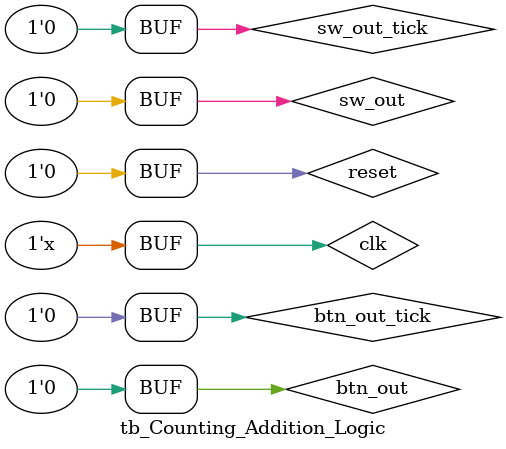
<source format=v>
`timescale 1ns / 1ps


module tb_Counting_Addition_Logic(
);

reg clk, reset, sw_out, sw_out_tick, btn_out, btn_out_tick;
wire [3:0] bcd1, bcd0, bcd1_tick, bcd0_tick;

Counting_Addition_Logic Counting_Addition_Logic_tb(
    .clk(clk), .reset(reset), .sw_out(sw_out), .sw_out_tick(sw_out_tick), .btn_out(btn_out), .btn_out_tick(btn_out_tick),
    .bcd1(bcd1), .bcd0(bcd0),
    .bcd1_tick(bcd1_tick), .bcd0_tick(bcd0_tick)
    );
    
    always #5 clk = ~clk;
    
    initial begin
        clk = 0;
        reset = 1;
        sw_out =0;
        sw_out_tick =0;
        btn_out =0;
        btn_out_tick=0;
        #10 reset =0;
        #10 sw_out =1;
            sw_out_tick = 1;
        #10 sw_out_tick = 0;
        #30 sw_out =0;
    end
    
endmodule

</source>
